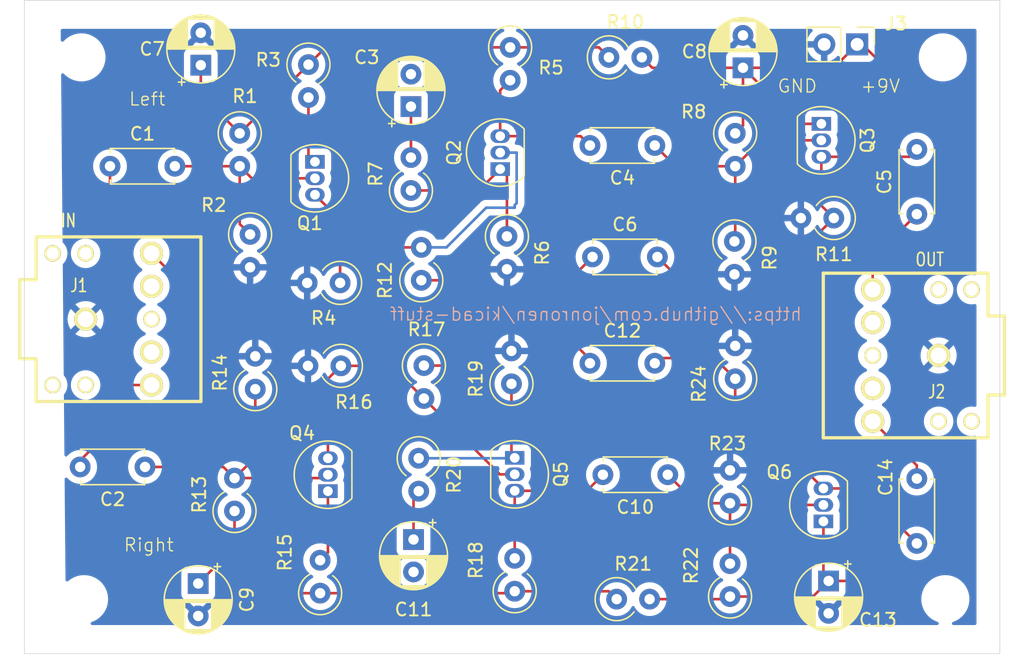
<source format=kicad_pcb>
(kicad_pcb (version 20240108) (generator "pcbnew") (generator_version "8.0")
  (layers (0 "F.Cu" signal) (31 "B.Cu" signal) (34 "B.Paste" user) (35 "F.Paste" user) (36 "B.SilkS" user "B.Silkscreen") (37 "F.SilkS" user "F.Silkscreen") (38 "B.Mask" user) (39 "F.Mask" user) (44 "Edge.Cuts" user))
  (net 0 "")
  (net 1 "Net-(J1-L)")
  (net 2 "Net-(Q1-G)")
  (net 3 "Net-(J1-R)")
  (net 4 "Net-(Q4-G)")
  (net 6 "Net-(C3-Pad1)")
  (net 7 "Net-(Q3-G)")
  (net 8 "Net-(Q2-C)")
  (net 9 "Net-(Q3-S)")
  (net 10 "Net-(J2-L)")
  (net 11 "Net-(C6-Pad1)")
  (net 12 "Net-(C7-Pad1)")
  (net 13 "GND")
  (net 14 "+9V")
  (net 15 "Net-(C9-Pad1)")
  (net 16 "Net-(Q5-C)")
  (net 17 "Net-(Q6-G)")
  (net 19 "Net-(C11-Pad1)")
  (net 20 "Net-(C12-Pad1)")
  (net 21 "Net-(Q6-S)")
  (net 22 "Net-(J2-R)")
  (net 27 "Net-(Q1-S)")
  (net 28 "Net-(Q1-D)")
  (net 29 "Net-(Q2-E)")
  (net 30 "Net-(Q4-S)")
  (net 31 "Net-(Q4-D)")
  (net 32 "Net-(Q5-E)")
  (footprint "Capacitor_THT:CP_Radial_D5.0mm_P2.50mm" (layer "F.Cu") (at 125 102.994888 -90)
    (property "Reference" "C9" (at 1.25 -3.75 90) (layer "F.SilkS"))
    (property "Value" "10uF")
    (pad "1" thru_hole rect (at 0 0 270) (size 1.6 1.6) (drill 0.8) (layers "*.Cu" "*.Mask") (net 15 "Net-(C9-Pad1)"))
    (pad "2" thru_hole circle (at 2.5 0 270) (size 1.6 1.6) (drill 0.8) (layers "*.Cu" "*.Mask") (net 13 "GND"))
  )
  (footprint "Capacitor_THT:CP_Radial_D5.0mm_P2.50mm" (layer "F.Cu") (at 125.2 63.005113 90)
    (property "Reference" "C7" (at 1.25 -3.75 180) (layer "F.SilkS"))
    (property "Value" "10uF")
    (pad "1" thru_hole rect (at 0 0 90) (size 1.6 1.6) (drill 0.8) (layers "*.Cu" "*.Mask") (net 12 "Net-(C7-Pad1)"))
    (pad "2" thru_hole circle (at 2.5 0 90) (size 1.6 1.6) (drill 0.8) (layers "*.Cu" "*.Mask") (net 13 "GND"))
  )
  (footprint "Resistor_THT:R_Axial_DIN0309_L9.0mm_D3.2mm_P2.54mm_Vertical" (layer "F.Cu") (at 127.8 97.4 90)
    (property "Reference" "R13" (at 1.27 -2.72 90) (layer "F.SilkS"))
    (property "Value" "150K")
    (pad "1" thru_hole circle (at 0 0 90) (size 1.6 1.6) (drill 0.8) (layers "*.Cu" "*.Mask") (net 15 "Net-(C9-Pad1)"))
    (pad "2" thru_hole oval (at 2.54 0 90) (size 1.6 1.6) (drill 0.8) (layers "*.Cu" "*.Mask") (net 4 "Net-(Q4-G)"))
  )
  (footprint "MountingHole:MountingHole_3.2mm_M3_DIN965" (layer "F.Cu") (at 116.2 104.2)
    (property "Reference" "H3" (hide yes))
    (property "Value" "MountingHole")
    (pad "" np_thru_hole circle (at 0 0) (size 3.2 3.2) (drill 3.2) (layers "*.Cu" "*.Mask"))
  )
  (footprint "Resistor_THT:R_Axial_DIN0309_L9.0mm_D3.2mm_P2.54mm_Vertical" (layer "F.Cu") (at 166 96.8 90)
    (property "Reference" "R23" (at 4.6 -0.2 180) (layer "F.SilkS"))
    (property "Value" "220K")
    (pad "1" thru_hole circle (at 0 0 90) (size 1.6 1.6) (drill 0.8) (layers "*.Cu" "*.Mask") (net 17 "Net-(Q6-G)"))
    (pad "2" thru_hole oval (at 2.54 0 90) (size 1.6 1.6) (drill 0.8) (layers "*.Cu" "*.Mask") (net 13 "GND"))
  )
  (footprint "Capacitor_THT:C_Disc_D4.7mm_W2.5mm_P5.00mm" (layer "F.Cu") (at 118.2 70.8)
    (property "Reference" "C1" (at 2.5 -2.5 0) (layer "F.SilkS"))
    (property "Value" "1uF")
    (pad "1" thru_hole circle (at 0 0) (size 1.6 1.6) (drill 0.8) (layers "*.Cu" "*.Mask") (net 1 "Net-(J1-L)"))
    (pad "2" thru_hole circle (at 5 0) (size 1.6 1.6) (drill 0.8) (layers "*.Cu" "*.Mask") (net 2 "Net-(Q1-G)"))
  )
  (footprint "Capacitor_THT:C_Disc_D4.7mm_W2.5mm_P5.00mm" (layer "F.Cu") (at 161.2 94.6 180)
    (property "Reference" "C10" (at 2.5 -2.5 0) (layer "F.SilkS"))
    (property "Value" "1uF")
    (pad "1" thru_hole circle (at 0 0 180) (size 1.6 1.6) (drill 0.8) (layers "*.Cu" "*.Mask") (net 17 "Net-(Q6-G)"))
    (pad "2" thru_hole circle (at 5 0 180) (size 1.6 1.6) (drill 0.8) (layers "*.Cu" "*.Mask") (net 16 "Net-(Q5-C)"))
  )
  (footprint "Resistor_THT:R_Axial_DIN0309_L9.0mm_D3.2mm_P2.54mm_Vertical" (layer "F.Cu") (at 166.4 87.2 90)
    (property "Reference" "R24" (at -0.4 -2.8 90) (layer "F.SilkS"))
    (property "Value" "22K")
    (pad "1" thru_hole circle (at 0 0 90) (size 1.6 1.6) (drill 0.8) (layers "*.Cu" "*.Mask") (net 21 "Net-(Q6-S)"))
    (pad "2" thru_hole oval (at 2.54 0 90) (size 1.6 1.6) (drill 0.8) (layers "*.Cu" "*.Mask") (net 13 "GND"))
  )
  (footprint "Package_TO_SOT_THT:TO-92_Inline" (layer "F.Cu") (at 135 95.87 90)
    (property "Reference" "Q4" (at 4.47 -2 180) (layer "F.SilkS"))
    (property "Value" "BS170")
    (pad "1" thru_hole rect (at 0 0 90) (size 1.05 1.5) (drill 0.75) (layers "*.Cu" "*.Mask") (net 31 "Net-(Q4-D)"))
    (pad "2" thru_hole oval (at 1.27 0 90) (size 1.05 1.5) (drill 0.75) (layers "*.Cu" "*.Mask") (net 4 "Net-(Q4-G)"))
    (pad "3" thru_hole oval (at 2.54 0 90) (size 1.05 1.5) (drill 0.75) (layers "*.Cu" "*.Mask") (net 30 "Net-(Q4-S)"))
  )
  (footprint "Capacitor_THT:CP_Radial_D5.0mm_P2.50mm" (layer "F.Cu") (at 167 63.205113 90)
    (property "Reference" "C8" (at 1.25 -3.75 180) (layer "F.SilkS"))
    (property "Value" "47uF")
    (pad "1" thru_hole rect (at 0 0 90) (size 1.6 1.6) (drill 0.8) (layers "*.Cu" "*.Mask") (net 14 "+9V"))
    (pad "2" thru_hole circle (at 2.5 0 90) (size 1.6 1.6) (drill 0.8) (layers "*.Cu" "*.Mask") (net 13 "GND"))
  )
  (footprint "Package_TO_SOT_THT:TO-92_Inline" (layer "F.Cu") (at 134 70.46 -90)
    (property "Reference" "Q1" (at 4.74 0.4 180) (layer "F.SilkS"))
    (property "Value" "BS170")
    (pad "1" thru_hole rect (at 0 0 270) (size 1.05 1.5) (drill 0.75) (layers "*.Cu" "*.Mask") (net 28 "Net-(Q1-D)"))
    (pad "2" thru_hole oval (at 1.27 0 270) (size 1.05 1.5) (drill 0.75) (layers "*.Cu" "*.Mask") (net 2 "Net-(Q1-G)"))
    (pad "3" thru_hole oval (at 2.54 0 270) (size 1.05 1.5) (drill 0.75) (layers "*.Cu" "*.Mask") (net 27 "Net-(Q1-S)"))
  )
  (footprint "Resistor_THT:R_Axial_DIN0309_L9.0mm_D3.2mm_P2.54mm_Vertical" (layer "F.Cu") (at 141.4 72.67 90)
    (property "Reference" "R7" (at 1.27 -2.72 90) (layer "F.SilkS"))
    (property "Value" "330R")
    (pad "1" thru_hole circle (at 0 0 90) (size 1.6 1.6) (drill 0.8) (layers "*.Cu" "*.Mask") (net 29 "Net-(Q2-E)"))
    (pad "2" thru_hole oval (at 2.54 0 90) (size 1.6 1.6) (drill 0.8) (layers "*.Cu" "*.Mask") (net 6 "Net-(C3-Pad1)"))
  )
  (footprint "Resistor_THT:R_Axial_DIN0309_L9.0mm_D3.2mm_P2.54mm_Vertical" (layer "F.Cu") (at 129.4 88 90)
    (property "Reference" "R14" (at 1.27 -2.72 90) (layer "F.SilkS"))
    (property "Value" "100K")
    (pad "1" thru_hole circle (at 0 0 90) (size 1.6 1.6) (drill 0.8) (layers "*.Cu" "*.Mask") (net 4 "Net-(Q4-G)"))
    (pad "2" thru_hole oval (at 2.54 0 90) (size 1.6 1.6) (drill 0.8) (layers "*.Cu" "*.Mask") (net 13 "GND"))
  )
  (footprint "Resistor_THT:R_Axial_DIN0309_L9.0mm_D3.2mm_P2.54mm_Vertical" (layer "F.Cu") (at 166.34 76.6 -90)
    (property "Reference" "R9" (at 1.27 -2.72 90) (layer "F.SilkS"))
    (property "Value" "220K")
    (pad "1" thru_hole circle (at 0 0 270) (size 1.6 1.6) (drill 0.8) (layers "*.Cu" "*.Mask") (net 7 "Net-(Q3-G)"))
    (pad "2" thru_hole oval (at 2.54 0 270) (size 1.6 1.6) (drill 0.8) (layers "*.Cu" "*.Mask") (net 13 "GND"))
  )
  (footprint "Capacitor_THT:CP_Radial_D5.0mm_P2.50mm" (layer "F.Cu") (at 173.6 102.794888 -90)
    (property "Reference" "C13" (at 3.005112 -3.8 180) (layer "F.SilkS"))
    (property "Value" "47uF")
    (pad "1" thru_hole rect (at 0 0 270) (size 1.6 1.6) (drill 0.8) (layers "*.Cu" "*.Mask") (net 14 "+9V"))
    (pad "2" thru_hole circle (at 2.5 0 270) (size 1.6 1.6) (drill 0.8) (layers "*.Cu" "*.Mask") (net 13 "GND"))
  )
  (footprint "Resistor_THT:R_Axial_DIN0309_L9.0mm_D3.2mm_P2.54mm_Vertical" (layer "F.Cu") (at 157.26 104.2)
    (property "Reference" "R21" (at 1.27 -2.72 0) (layer "F.SilkS"))
    (property "Value" "330R")
    (pad "1" thru_hole circle (at 0 0) (size 1.6 1.6) (drill 0.8) (layers "*.Cu" "*.Mask") (net 15 "Net-(C9-Pad1)"))
    (pad "2" thru_hole oval (at 2.54 0) (size 1.6 1.6) (drill 0.8) (layers "*.Cu" "*.Mask") (net 14 "+9V"))
  )
  (footprint "Resistor_THT:R_Axial_DIN0309_L9.0mm_D3.2mm_P2.54mm_Vertical" (layer "F.Cu") (at 166.4 68.26 -90)
    (property "Reference" "R8" (at -1.66 3.2 180) (layer "F.SilkS"))
    (property "Value" "100K")
    (pad "1" thru_hole circle (at 0 0 270) (size 1.6 1.6) (drill 0.8) (layers "*.Cu" "*.Mask") (net 14 "+9V"))
    (pad "2" thru_hole oval (at 2.54 0 270) (size 1.6 1.6) (drill 0.8) (layers "*.Cu" "*.Mask") (net 7 "Net-(Q3-G)"))
  )
  (footprint "Resistor_THT:R_Axial_DIN0309_L9.0mm_D3.2mm_P2.54mm_Vertical" (layer "F.Cu") (at 129 76.06 -90)
    (property "Reference" "R2" (at -2.26 2.8 180) (layer "F.SilkS"))
    (property "Value" "100K")
    (pad "1" thru_hole circle (at 0 0 270) (size 1.6 1.6) (drill 0.8) (layers "*.Cu" "*.Mask") (net 2 "Net-(Q1-G)"))
    (pad "2" thru_hole oval (at 2.54 0 270) (size 1.6 1.6) (drill 0.8) (layers "*.Cu" "*.Mask") (net 13 "GND"))
  )
  (footprint "Package_TO_SOT_THT:TO-92_Inline" (layer "F.Cu") (at 173.2 98.2 90)
    (property "Reference" "Q6" (at 3.8 -3.4 180) (layer "F.SilkS"))
    (property "Value" "BS170")
    (pad "1" thru_hole rect (at 0 0 90) (size 1.05 1.5) (drill 0.75) (layers "*.Cu" "*.Mask") (net 14 "+9V"))
    (pad "2" thru_hole oval (at 1.27 0 90) (size 1.05 1.5) (drill 0.75) (layers "*.Cu" "*.Mask") (net 17 "Net-(Q6-G)"))
    (pad "3" thru_hole oval (at 2.54 0 90) (size 1.05 1.5) (drill 0.75) (layers "*.Cu" "*.Mask") (net 21 "Net-(Q6-S)"))
  )
  (footprint "Capacitor_THT:C_Disc_D4.7mm_W2.5mm_P5.00mm" (layer "F.Cu") (at 120.9 94 180)
    (property "Reference" "C2" (at 2.5 -2.5 0) (layer "F.SilkS"))
    (property "Value" "1uF")
    (pad "1" thru_hole circle (at 0 0 180) (size 1.6 1.6) (drill 0.8) (layers "*.Cu" "*.Mask") (net 4 "Net-(Q4-G)"))
    (pad "2" thru_hole circle (at 5 0 180) (size 1.6 1.6) (drill 0.8) (layers "*.Cu" "*.Mask") (net 3 "Net-(J1-R)"))
  )
  (footprint "Resistor_THT:R_Axial_DIN0309_L9.0mm_D3.2mm_P2.54mm_Vertical" (layer "F.Cu") (at 149.15 87.59 90)
    (property "Reference" "R19" (at 0.39 -2.75 90) (layer "F.SilkS"))
    (property "Value" "3.9K")
    (pad "1" thru_hole circle (at 0 0 90) (size 1.6 1.6) (drill 0.8) (layers "*.Cu" "*.Mask") (net 32 "Net-(Q5-E)"))
    (pad "2" thru_hole oval (at 2.54 0 90) (size 1.6 1.6) (drill 0.8) (layers "*.Cu" "*.Mask") (net 13 "GND"))
  )
  (footprint "Resistor_THT:R_Axial_DIN0309_L9.0mm_D3.2mm_P2.54mm_Vertical" (layer "F.Cu") (at 148.8 76.21 -90)
    (property "Reference" "R6" (at 1.27 -2.72 90) (layer "F.SilkS"))
    (property "Value" "3.9K")
    (pad "1" thru_hole circle (at 0 0 270) (size 1.6 1.6) (drill 0.8) (layers "*.Cu" "*.Mask") (net 29 "Net-(Q2-E)"))
    (pad "2" thru_hole oval (at 2.54 0 270) (size 1.6 1.6) (drill 0.8) (layers "*.Cu" "*.Mask") (net 13 "GND"))
  )
  (footprint "Resistor_THT:R_Axial_DIN0309_L9.0mm_D3.2mm_P2.54mm_Vertical" (layer "F.Cu") (at 142.4 86.18 -90)
    (property "Reference" "R17" (at -2.78 -0.2 180) (layer "F.SilkS"))
    (property "Value" "100K")
    (pad "1" thru_hole circle (at 0 0 270) (size 1.6 1.6) (drill 0.8) (layers "*.Cu" "*.Mask") (net 20 "Net-(C12-Pad1)"))
    (pad "2" thru_hole oval (at 2.54 0 270) (size 1.6 1.6) (drill 0.8) (layers "*.Cu" "*.Mask") (net 30 "Net-(Q4-S)"))
  )
  (footprint "MountingHole:MountingHole_3.2mm_M3_DIN965" (layer "F.Cu") (at 182.4 62.4)
    (property "Reference" "H2" (hide yes))
    (property "Value" "MountingHole" (hide yes))
    (pad "" np_thru_hole circle (at 0 0) (size 3.2 3.2) (drill 3.2) (layers "*.Cu" "*.Mask"))
  )
  (footprint "Resistor_THT:R_Axial_DIN0309_L9.0mm_D3.2mm_P2.54mm_Vertical" (layer "F.Cu") (at 149.05 61.63 -90)
    (property "Reference" "R5" (at 1.57 -3.15 180) (layer "F.SilkS"))
    (property "Value" "10K")
    (pad "1" thru_hole circle (at 0 0 270) (size 1.6 1.6) (drill 0.8) (layers "*.Cu" "*.Mask") (net 12 "Net-(C7-Pad1)"))
    (pad "2" thru_hole oval (at 2.54 0 270) (size 1.6 1.6) (drill 0.8) (layers "*.Cu" "*.Mask") (net 8 "Net-(Q2-C)"))
  )
  (footprint "Capacitor_THT:C_Disc_D4.7mm_W2.5mm_P5.00mm" (layer "F.Cu") (at 155.4 77.8)
    (property "Reference" "C6" (at 2.5 -2.5 0) (layer "F.SilkS"))
    (property "Value" "470nF")
    (pad "1" thru_hole circle (at 0 0) (size 1.6 1.6) (drill 0.8) (layers "*.Cu" "*.Mask") (net 11 "Net-(C6-Pad1)"))
    (pad "2" thru_hole circle (at 5 0) (size 1.6 1.6) (drill 0.8) (layers "*.Cu" "*.Mask") (net 9 "Net-(Q3-S)"))
  )
  (footprint "Resistor_THT:R_Axial_DIN0309_L9.0mm_D3.2mm_P2.54mm_Vertical" (layer "F.Cu") (at 135.94 79.8 180)
    (property "Reference" "R4" (at 1.27 -2.72 0) (layer "F.SilkS"))
    (property "Value" "10K")
    (pad "1" thru_hole circle (at 0 0 180) (size 1.6 1.6) (drill 0.8) (layers "*.Cu" "*.Mask") (net 27 "Net-(Q1-S)"))
    (pad "2" thru_hole oval (at 2.54 0 180) (size 1.6 1.6) (drill 0.8) (layers "*.Cu" "*.Mask") (net 13 "GND"))
  )
  (footprint "Resistor_THT:R_Axial_DIN0309_L9.0mm_D3.2mm_P2.54mm_Vertical" (layer "F.Cu") (at 174 74.8 180)
    (property "Reference" "R11" (at 0 -2.8 0) (layer "F.SilkS"))
    (property "Value" "22K")
    (pad "1" thru_hole circle (at 0 0 180) (size 1.6 1.6) (drill 0.8) (layers "*.Cu" "*.Mask") (net 9 "Net-(Q3-S)"))
    (pad "2" thru_hole oval (at 2.54 0 180) (size 1.6 1.6) (drill 0.8) (layers "*.Cu" "*.Mask") (net 13 "GND"))
  )
  (footprint "Resistor_THT:R_Axial_DIN0309_L9.0mm_D3.2mm_P2.54mm_Vertical" (layer "F.Cu") (at 149.4 103.59 90)
    (property "Reference" "R18" (at 2.39 -3 90) (layer "F.SilkS"))
    (property "Value" "10K")
    (pad "1" thru_hole circle (at 0 0 90) (size 1.6 1.6) (drill 0.8) (layers "*.Cu" "*.Mask") (net 15 "Net-(C9-Pad1)"))
    (pad "2" thru_hole oval (at 2.54 0 90) (size 1.6 1.6) (drill 0.8) (layers "*.Cu" "*.Mask") (net 16 "Net-(Q5-C)"))
  )
  (footprint "Capacitor_THT:C_Disc_D4.7mm_W2.5mm_P5.00mm" (layer "F.Cu") (at 180.4 94.9 -90)
    (property "Reference" "C14" (at -0.1 2.4 90) (layer "F.SilkS"))
    (property "Value" "1uF")
    (pad "1" thru_hole circle (at 0 0 270) (size 1.6 1.6) (drill 0.8) (layers "*.Cu" "*.Mask") (net 22 "Net-(J2-R)"))
    (pad "2" thru_hole circle (at 5 0 270) (size 1.6 1.6) (drill 0.8) (layers "*.Cu" "*.Mask") (net 21 "Net-(Q6-S)"))
  )
  (footprint "Package_TO_SOT_THT:TO-92_Inline" (layer "F.Cu") (at 148.28 71.02 90)
    (property "Reference" "Q2" (at 1.27 -3.56 90) (layer "F.SilkS"))
    (property "Value" "2N5088")
    (pad "1" thru_hole rect (at 0 0 90) (size 1.05 1.5) (drill 0.75) (layers "*.Cu" "*.Mask") (net 29 "Net-(Q2-E)"))
    (pad "2" thru_hole oval (at 1.27 0 90) (size 1.05 1.5) (drill 0.75) (layers "*.Cu" "*.Mask") (net 27 "Net-(Q1-S)"))
    (pad "3" thru_hole oval (at 2.54 0 90) (size 1.05 1.5) (drill 0.75) (layers "*.Cu" "*.Mask") (net 8 "Net-(Q2-C)"))
  )
  (footprint "My_Shit:AUDIO_STEREO_CONN" (layer "F.Cu") (at 188.43 91.75 180)
    (property "Reference" "J2" (at 6.5024 3.55 180) (layer "F.SilkS") (effects (font (size 1.016 0.762) (thickness 0.127))))
    (property "Value" "OUT" (at 7.03 13.75 180) (layer "F.SilkS") (effects (font (size 1.016 0.762) (thickness 0.127))))
    (pad "1" thru_hole circle (at 6.35 6.35 180) (size 1.778 1.778) (drill 1.2192) (layers "*.Cu" "*.Mask" "F.SilkS") (net 13 "GND"))
    (pad "2" thru_hole circle (at 11.43 11.43 180) (size 1.778 1.778) (drill 1.2192) (layers "*.Cu" "*.Mask" "F.SilkS") (net 10 "Net-(J2-L)"))
    (pad "3" thru_hole circle (at 11.43 1.27 180) (size 1.778 1.778) (drill 1.2192) (layers "*.Cu" "*.Mask" "F.SilkS") (net 22 "Net-(J2-R)"))
    (pad "4" thru_hole circle (at 11.43 8.89 180) (size 1.778 1.778) (drill 1.2192) (layers "*.Cu" "*.Mask" "F.SilkS"))
    (pad "5" thru_hole circle (at 11.43 3.81 180) (size 1.778 1.778) (drill 1.2192) (layers "*.Cu" "*.Mask" "F.SilkS"))
    (pad "a1" thru_hole circle (at 6.35 1.27 180) (size 1.27 1.27) (drill 0.9652) (layers "*.Cu" "*.Mask" "F.SilkS"))
    (pad "a2" thru_hole circle (at 6.35 11.43 180) (size 1.27 1.27) (drill 0.9652) (layers "*.Cu" "*.Mask" "F.SilkS"))
    (pad "a3" thru_hole circle (at 3.81 1.27 180) (size 1.27 1.27) (drill 0.9652) (layers "*.Cu" "*.Mask" "F.SilkS"))
    (pad "a4" thru_hole circle (at 3.81 11.43 180) (size 1.27 1.27) (drill 0.9652) (layers "*.Cu" "*.Mask" "F.SilkS"))
    (pad "a5" thru_hole circle (at 11.43 6.35 180) (size 1.27 1.27) (drill 0.9652) (layers "*.Cu" "*.Mask" "F.SilkS"))
  )
  (footprint "Resistor_THT:R_Axial_DIN0309_L9.0mm_D3.2mm_P2.54mm_Vertical" (layer "F.Cu") (at 128.2 68.26 -90)
    (property "Reference" "R1" (at -2.86 -0.4 180) (layer "F.SilkS"))
    (property "Value" "150K")
    (pad "1" thru_hole circle (at 0 0 270) (size 1.6 1.6) (drill 0.8) (layers "*.Cu" "*.Mask") (net 12 "Net-(C7-Pad1)"))
    (pad "2" thru_hole oval (at 2.54 0 270) (size 1.6 1.6) (drill 0.8) (layers "*.Cu" "*.Mask") (net 2 "Net-(Q1-G)"))
  )
  (footprint "MountingHole:MountingHole_3.2mm_M3_DIN965" (layer "F.Cu") (at 182.6 104.2)
    (property "Reference" "H4" (hide yes))
    (property "Value" "MountingHole")
    (pad "" np_thru_hole circle (at 0 0) (size 3.2 3.2) (drill 3.2) (layers "*.Cu" "*.Mask"))
  )
  (footprint "Resistor_THT:R_Axial_DIN0309_L9.0mm_D3.2mm_P2.54mm_Vertical" (layer "F.Cu") (at 134.4 103.74 90)
    (property "Reference" "R15" (at 3.14 -2.72 90) (layer "F.SilkS"))
    (property "Value" "10K")
    (pad "1" thru_hole circle (at 0 0 90) (size 1.6 1.6) (drill 0.8) (layers "*.Cu" "*.Mask") (net 15 "Net-(C9-Pad1)"))
    (pad "2" thru_hole oval (at 2.54 0 90) (size 1.6 1.6) (drill 0.8) (layers "*.Cu" "*.Mask") (net 31 "Net-(Q4-D)"))
  )
  (footprint "My_Shit:AUDIO_STEREO_CONN" (layer "F.Cu") (at 109.97 76.25)
    (property "Reference" "J1" (at 5.83 3.75 180) (layer "F.SilkS") (effects (font (size 1.016 0.762) (thickness 0.127))))
    (property "Value" "IN" (at 5.03 -1.25 180) (layer "F.SilkS") (effects (font (size 1.016 0.762) (thickness 0.127))))
    (pad "1" thru_hole circle (at 6.35 6.35) (size 1.778 1.778) (drill 1.2192) (layers "*.Cu" "*.Mask" "F.SilkS") (net 13 "GND"))
    (pad "2" thru_hole circle (at 11.43 11.43) (size 1.778 1.778) (drill 1.2192) (layers "*.Cu" "*.Mask" "F.SilkS") (net 1 "Net-(J1-L)"))
    (pad "3" thru_hole circle (at 11.43 1.27) (size 1.778 1.778) (drill 1.2192) (layers "*.Cu" "*.Mask" "F.SilkS") (net 3 "Net-(J1-R)"))
    (pad "4" thru_hole circle (at 11.43 8.89) (size 1.778 1.778) (drill 1.2192) (layers "*.Cu" "*.Mask" "F.SilkS"))
    (pad "5" thru_hole circle (at 11.43 3.81) (size 1.778 1.778) (drill 1.2192) (layers "*.Cu" "*.Mask" "F.SilkS"))
    (pad "a1" thru_hole circle (at 6.35 1.27) (size 1.27 1.27) (drill 0.9652) (layers "*.Cu" "*.Mask" "F.SilkS"))
    (pad "a2" thru_hole circle (at 6.35 11.43) (size 1.27 1.27) (drill 0.9652) (layers "*.Cu" "*.Mask" "F.SilkS"))
    (pad "a3" thru_hole circle (at 3.81 1.27) (size 1.27 1.27) (drill 0.9652) (layers "*.Cu" "*.Mask" "F.SilkS"))
    (pad "a4" thru_hole circle (at 3.81 11.43) (size 1.27 1.27) (drill 0.9652) (layers "*.Cu" "*.Mask" "F.SilkS"))
    (pad "a5" thru_hole circle (at 11.43 6.35) (size 1.27 1.27) (drill 0.9652) (layers "*.Cu" "*.Mask" "F.SilkS"))
  )
  (footprint "Resistor_THT:R_Axial_DIN0309_L9.0mm_D3.2mm_P2.54mm_Vertical" (layer "F.Cu") (at 133.5 62.96 -90)
    (property "Reference" "R3" (at -0.36 3.1 180) (layer "F.SilkS"))
    (property "Value" "10K")
    (pad "1" thru_hole circle (at 0 0 270) (size 1.6 1.6) (drill 0.8) (layers "*.Cu" "*.Mask") (net 12 "Net-(C7-Pad1)"))
    (pad "2" thru_hole oval (at 2.54 0 270) (size 1.6 1.6) (drill 0.8) (layers "*.Cu" "*.Mask") (net 28 "Net-(Q1-D)"))
  )
  (footprint "Resistor_THT:R_Axial_DIN0309_L9.0mm_D3.2mm_P2.54mm_Vertical" (layer "F.Cu") (at 156.66 62.4)
    (property "Reference" "R10" (at 1.27 -2.72 0) (layer "F.SilkS"))
    (property "Value" "330R")
    (pad "1" thru_hole circle (at 0 0) (size 1.6 1.6) (drill 0.8) (layers "*.Cu" "*.Mask") (net 12 "Net-(C7-Pad1)"))
    (pad "2" thru_hole oval (at 2.54 0) (size 1.6 1.6) (drill 0.8) (layers "*.Cu" "*.Mask") (net 14 "+9V"))
  )
  (footprint "Capacitor_THT:C_Disc_D4.7mm_W2.5mm_P5.00mm" (layer "F.Cu") (at 155.2 86)
    (property "Reference" "C12" (at 2.5 -2.5 0) (layer "F.SilkS"))
    (property "Value" "470nF")
    (pad "1" thru_hole circle (at 0 0) (size 1.6 1.6) (drill 0.8) (layers "*.Cu" "*.Mask") (net 20 "Net-(C12-Pad1)"))
    (pad "2" thru_hole circle (at 5 0) (size 1.6 1.6) (drill 0.8) (layers "*.Cu" "*.Mask") (net 21 "Net-(Q6-S)"))
  )
  (footprint "Connector_PinHeader_2.54mm:PinHeader_1x02_P2.54mm_Vertical" (layer "F.Cu") (at 175.8 61.4 -90)
    (property "Reference" "J3" (at -1.6 -3 0) (layer "F.SilkS"))
    (property "Value" "Conn_01x02" (hide yes))
    (pad "1" thru_hole rect (at 0 0 270) (size 1.7 1.7) (drill 1) (layers "*.Cu" "*.Mask") (net 14 "+9V"))
    (pad "2" thru_hole oval (at 0 2.54 270) (size 1.7 1.7) (drill 1) (layers "*.Cu" "*.Mask") (net 13 "GND"))
  )
  (footprint "Resistor_THT:R_Axial_DIN0309_L9.0mm_D3.2mm_P2.54mm_Vertical" (layer "F.Cu") (at 142 93.33 -90)
    (property "Reference" "R20" (at 1.27 -2.72 90) (layer "F.SilkS"))
    (property "Value" "330R")
    (pad "1" thru_hole circle (at 0 0 270) (size 1.6 1.6) (drill 0.8) (layers "*.Cu" "*.Mask") (net 32 "Net-(Q5-E)"))
    (pad "2" thru_hole oval (at 2.54 0 270) (size 1.6 1.6) (drill 0.8) (layers "*.Cu" "*.Mask") (net 19 "Net-(C11-Pad1)"))
  )
  (footprint "MountingHole:MountingHole_3.2mm_M3_DIN965" (layer "F.Cu") (at 116 62.4)
    (property "Reference" "H1" (hide yes))
    (property "Value" "MountingHole")
    (pad "" np_thru_hole circle (at 0 0) (size 3.2 3.2) (drill 3.2) (layers "*.Cu" "*.Mask"))
  )
  (footprint "Package_TO_SOT_THT:TO-92_Inline" (layer "F.Cu") (at 173.04 67.53 -90)
    (property "Reference" "Q3" (at 1.27 -3.56 90) (layer "F.SilkS"))
    (property "Value" "BS170")
    (pad "1" thru_hole rect (at 0 0 270) (size 1.05 1.5) (drill 0.75) (layers "*.Cu" "*.Mask") (net 14 "+9V"))
    (pad "2" thru_hole oval (at 1.27 0 270) (size 1.05 1.5) (drill 0.75) (layers "*.Cu" "*.Mask") (net 7 "Net-(Q3-G)"))
    (pad "3" thru_hole oval (at 2.54 0 270) (size 1.05 1.5) (drill 0.75) (layers "*.Cu" "*.Mask") (net 9 "Net-(Q3-S)"))
  )
  (footprint "Capacitor_THT:C_Disc_D4.7mm_W2.5mm_P5.00mm" (layer "F.Cu") (at 160.2 69.2 180)
    (property "Reference" "C4" (at 2.5 -2.5 0) (layer "F.SilkS"))
    (property "Value" "1uF")
    (pad "1" thru_hole circle (at 0 0 180) (size 1.6 1.6) (drill 0.8) (layers "*.Cu" "*.Mask") (net 7 "Net-(Q3-G)"))
    (pad "2" thru_hole circle (at 5 0 180) (size 1.6 1.6) (drill 0.8) (layers "*.Cu" "*.Mask") (net 8 "Net-(Q2-C)"))
  )
  (footprint "Resistor_THT:R_Axial_DIN0309_L9.0mm_D3.2mm_P2.54mm_Vertical" (layer "F.Cu") (at 136 86.2 180)
    (property "Reference" "R16" (at -1 -2.8 0) (layer "F.SilkS"))
    (property "Value" "10K")
    (pad "1" thru_hole circle (at 0 0 180) (size 1.6 1.6) (drill 0.8) (layers "*.Cu" "*.Mask") (net 30 "Net-(Q4-S)"))
    (pad "2" thru_hole oval (at 2.54 0 180) (size 1.6 1.6) (drill 0.8) (layers "*.Cu" "*.Mask") (net 13 "GND"))
  )
  (footprint "Capacitor_THT:C_Disc_D4.7mm_W2.5mm_P5.00mm" (layer "F.Cu") (at 180.4 74.5 90)
    (property "Reference" "C5" (at 2.5 -2.5 90) (layer "F.SilkS"))
    (property "Value" "1uF")
    (pad "1" thru_hole circle (at 0 0 90) (size 1.6 1.6) (drill 0.8) (layers "*.Cu" "*.Mask") (net 10 "Net-(J2-L)"))
    (pad "2" thru_hole circle (at 5 0 90) (size 1.6 1.6) (drill 0.8) (layers "*.Cu" "*.Mask") (net 9 "Net-(Q3-S)"))
  )
  (footprint "Resistor_THT:R_Axial_DIN0309_L9.0mm_D3.2mm_P2.54mm_Vertical" (layer "F.Cu") (at 166 104 90)
    (property "Reference" "R22" (at 2.4 -3 90) (layer "F.SilkS"))
    (property "Value" "100K")
    (pad "1" thru_hole circle (at 0 0 90) (size 1.6 1.6) (drill 0.8) (layers "*.Cu" "*.Mask") (net 14 "+9V"))
    (pad "2" thru_hole oval (at 2.54 0 90) (size 1.6 1.6) (drill 0.8) (layers "*.Cu" "*.Mask") (net 17 "Net-(Q6-G)"))
  )
  (footprint "Package_TO_SOT_THT:TO-92_Inline" (layer "F.Cu") (at 149.4 93.3 -90)
    (property "Reference" "Q5" (at 1.27 -3.56 -90) (layer "F.SilkS"))
    (property "Value" "2N5088")
    (pad "1" thru_hole rect (at 0 0 270) (size 1.05 1.5) (drill 0.75) (layers "*.Cu" "*.Mask") (net 32 "Net-(Q5-E)"))
    (pad "2" thru_hole oval (at 1.27 0 270) (size 1.05 1.5) (drill 0.75) (layers "*.Cu" "*.Mask") (net 30 "Net-(Q4-S)"))
    (pad "3" thru_hole oval (at 2.54 0 270) (size 1.05 1.5) (drill 0.75) (layers "*.Cu" "*.Mask") (net 16 "Net-(Q5-C)"))
  )
  (footprint "Capacitor_THT:CP_Radial_D5.0mm_P2.50mm" (layer "F.Cu") (at 141.6 99.6 -90)
    (property "Reference" "C11" (at 5.4 0 180) (layer "F.SilkS"))
    (property "Value" "47uF")
    (pad "1" thru_hole rect (at 0 0 270) (size 1.6 1.6) (drill 0.8) (layers "*.Cu" "*.Mask") (net 19 "Net-(C11-Pad1)"))
    (pad "2" thru_hole circle (at 2.5 0 270) (size 1.6 1.6) (drill 0.8) (layers "*.Cu" "*.Mask"))
  )
  (footprint "Resistor_THT:R_Axial_DIN0309_L9.0mm_D3.2mm_P2.54mm_Vertical" (layer "F.Cu") (at 142.2 79.6 90)
    (property "Reference" "R12" (at 0 -2.8 90) (layer "F.SilkS"))
    (property "Value" "100K")
    (pad "1" thru_hole circle (at 0 0 90) (size 1.6 1.6) (drill 0.8) (layers "*.Cu" "*.Mask") (net 11 "Net-(C6-Pad1)"))
    (pad "2" thru_hole oval (at 2.54 0 90) (size 1.6 1.6) (drill 0.8) (layers "*.Cu" "*.Mask") (net 27 "Net-(Q1-S)"))
  )
  (footprint "Capacitor_THT:CP_Radial_D5.0mm_P2.50mm" (layer "F.Cu") (at 141.4 66.2 90)
    (property "Reference" "C3" (at 3.8 -3.4 180) (layer "F.SilkS"))
    (property "Value" "47uF")
    (pad "1" thru_hole rect (at 0 0 90) (size 1.6 1.6) (drill 0.8) (layers "*.Cu" "*.Mask") (net 6 "Net-(C3-Pad1)"))
    (pad "2" thru_hole circle (at 2.5 0 90) (size 1.6 1.6) (drill 0.8) (layers "*.Cu" "*.Mask"))
  )
  (gr_rect (start 111.6 58) (end 186.8 108.4) (stroke (width 0.05)) (fill none) (layer "Edge.Cuts"))
  (gr_text "https://github.com/jonronen/kicad-stuff" (at 171.6 82.8 0) (layer "B.SilkS") (effects (font (size 1 1) (thickness 0.1)) (justify left bottom mirror)))
  (gr_text "GND" (at 169.6 65.2 0) (layer "F.SilkS") (effects (font (size 1 1) (thickness 0.1)) (justify left bottom)))
  (gr_text "+9V" (at 176 65.2 0) (layer "F.SilkS") (effects (font (size 1 1) (thickness 0.1)) (justify left bottom)))
  (gr_text "Left" (at 119.6 66.2 0) (layer "F.SilkS") (effects (font (size 1 1) (thickness 0.1)) (justify left bottom)))
  (gr_text "Right" (at 119.2 100.6 0) (layer "F.SilkS") (effects (font (size 1 1) (thickness 0.1)) (justify left bottom)))
  (segment (start 118.2 86) (end 118.2 70.8) (width 0.2) (layer "F.Cu") (net 1))
  (segment (start 119.88 87.68) (end 118.2 86) (width 0.2) (layer "F.Cu") (net 1))
  (segment (start 121.4 87.68) (end 119.88 87.68) (width 0.2) (layer "F.Cu") (net 1))
  (segment (start 127.8 70.4) (end 128.2 70.8) (width 0.2) (layer "F.Cu") (net 2))
  (segment (start 129.13 71.73) (end 128.2 70.8) (width 0.2) (layer "F.Cu") (net 2))
  (segment (start 134 71.73) (end 129.13 71.73) (width 0.2) (layer "F.Cu") (net 2))
  (segment (start 123.2 70.8) (end 128.2 70.8) (width 0.2) (layer "F.Cu") (net 2))
  (segment (start 128.2 70.8) (end 128.2 75.26) (width 0.2) (layer "F.Cu") (net 2))
  (segment (start 128.2 75.26) (end 129 76.06) (width 0.2) (layer "F.Cu") (net 2))
  (segment (start 121 91.2) (end 118.2 91.2) (width 0.2) (layer "F.Cu") (net 3))
  (segment (start 121.4 77.52) (end 124.2 80.32) (width 0.2) (layer "F.Cu") (net 3))
  (segment (start 124.2 88) (end 121 91.2) (width 0.2) (layer "F.Cu") (net 3))
  (segment (start 115.9 93.5) (end 115.9 94) (width 0.2) (layer "F.Cu") (net 3))
  (segment (start 124.2 80.32) (end 124.2 88) (width 0.2) (layer "F.Cu") (net 3))
  (segment (start 118.2 91.2) (end 115.9 93.5) (width 0.2) (layer "F.Cu") (net 3))
  (segment (start 134.74 94.86) (end 135 94.6) (width 0.2) (layer "F.Cu") (net 4))
  (segment (start 127.8 94.86) (end 134.74 94.86) (width 0.2) (layer "F.Cu") (net 4))
  (segment (start 129.4 93.26) (end 127.8 94.86) (width 0.2) (layer "F.Cu") (net 4))
  (segment (start 126.94 94) (end 127.8 94.86) (width 0.2) (layer "F.Cu") (net 4))
  (segment (start 129.4 88) (end 129.4 93.26) (width 0.2) (layer "F.Cu") (net 4))
  (segment (start 120.9 94) (end 126.94 94) (width 0.2) (layer "F.Cu") (net 4))
  (segment (start 141.4 66.2) (end 141.4 70.13) (width 0.2) (layer "F.Cu") (net 6))
  (segment (start 168.4 68.8) (end 166.4 70.8) (width 0.2) (layer "F.Cu") (net 7))
  (segment (start 161.8 70.8) (end 166.4 70.8) (width 0.2) (layer "F.Cu") (net 7))
  (segment (start 166.4 76.54) (end 166.34 76.6) (width 0.2) (layer "F.Cu") (net 7))
  (segment (start 173.04 68.8) (end 168.4 68.8) (width 0.2) (layer "F.Cu") (net 7))
  (segment (start 166.4 70.8) (end 166.4 76.54) (width 0.2) (layer "F.Cu") (net 7))
  (segment (start 160.2 69.2) (end 161.8 70.8) (width 0.2) (layer "F.Cu") (net 7))
  (segment (start 148.28 68.48) (end 154.48 68.48) (width 0.2) (layer "F.Cu") (net 8))
  (segment (start 148.28 68.48) (end 148.28 64.94) (width 0.2) (layer "F.Cu") (net 8))
  (segment (start 154.48 68.48) (end 155.2 69.2) (width 0.2) (layer "F.Cu") (net 8))
  (segment (start 148.28 64.94) (end 149.05 64.17) (width 0.2) (layer "F.Cu") (net 8))
  (segment (start 167.2 81.6) (end 174 74.8) (width 0.2) (layer "F.Cu") (net 9))
  (segment (start 173.04 73.84) (end 174 74.8) (width 0.2) (layer "F.Cu") (net 9))
  (segment (start 179.83 70.07) (end 173.04 70.07) (width 0.2) (layer "F.Cu") (net 9))
  (segment (start 173.04 70.07) (end 173.04 73.84) (width 0.2) (layer "F.Cu") (net 9))
  (segment (start 180.4 69.5) (end 179.83 70.07) (width 0.2) (layer "F.Cu") (net 9))
  (segment (start 160.4 77.8) (end 164.2 81.6) (width 0.2) (layer "F.Cu") (net 9))
  (segment (start 164.2 81.6) (end 167.2 81.6) (width 0.2) (layer "F.Cu") (net 9))
  (segment (start 177 77.9) (end 180.4 74.5) (width 0.2) (layer "F.Cu") (net 10))
  (segment (start 177 80.32) (end 177 77.9) (width 0.2) (layer "F.Cu") (net 10))
  (segment (start 142.2 79.6) (end 144.6 79.6) (width 0.2) (layer "F.Cu") (net 11))
  (segment (start 146.2 81.2) (end 152 81.2) (width 0.2) (layer "F.Cu") (net 11))
  (segment (start 144.6 79.6) (end 146.2 81.2) (width 0.2) (layer "F.Cu") (net 11))
  (segment (start 152 81.2) (end 155.4 77.8) (width 0.2) (layer "F.Cu") (net 11))
  (segment (start 125.2 63.005113) (end 125.2 65.26) (width 0.2) (layer "F.Cu") (net 12))
  (segment (start 149.05 61.63) (end 134.83 61.63) (width 0.2) (layer "F.Cu") (net 12))
  (segment (start 149.05 61.63) (end 155.89 61.63) (width 0.2) (layer "F.Cu") (net 12))
  (segment (start 134.83 61.63) (end 133.5 62.96) (width 0.2) (layer "F.Cu") (net 12))
  (segment (start 155.89 61.63) (end 156.66 62.4) (width 0.2) (layer "F.Cu") (net 12))
  (segment (start 125.2 65.26) (end 128.2 68.26) (width 0.2) (layer "F.Cu") (net 12))
  (segment (start 133.5 62.96) (end 128.2 68.26) (width 0.2) (layer "F.Cu") (net 12))
  (segment (start 182.8 76.2) (end 180.4 76.2) (width 0.2) (layer "F.Cu") (net 14))
  (segment (start 179.8 102.8) (end 179.794888 102.794888) (width 0.2) (layer "F.Cu") (net 14))
  (segment (start 173.04 67.53) (end 171.324887 67.53) (width 0.2) (layer "F.Cu") (net 14))
  (segment (start 173.2 102.394888) (end 173.6 102.794888) (width 0.2) (layer "F.Cu") (net 14))
  (segment (start 165.8 104.2) (end 166 104) (width 0.2) (layer "F.Cu") (net 14))
  (segment (start 182.8 68) (end 182.8 76.2) (width 0.2) (layer "F.Cu") (net 14))
  (segment (start 183.4 94.8) (end 183.4 99.6) (width 0.2) (layer "F.Cu") (net 14))
  (segment (start 179.794888 102.794888) (end 173.6 102.794888) (width 0.2) (layer "F.Cu") (net 14))
  (segment (start 175.8 61.4) (end 176.2 61.4) (width 0.2) (layer "F.Cu") (net 14))
  (segment (start 160.005113 63.205113) (end 159.2 62.4) (width 0.2) (layer "F.Cu") (net 14))
  (segment (start 173.994887 63.205113) (end 167 63.205113) (width 0.2) (layer "F.Cu") (net 14))
  (segment (start 159.8 104.2) (end 165.8 104.2) (width 0.2) (layer "F.Cu") (net 14))
  (segment (start 183.4 99.6) (end 180.2 102.8) (width 0.2) (layer "F.Cu") (net 14))
  (segment (start 179.8 76.8) (end 179.8 91.2) (width 0.2) (layer "F.Cu") (net 14))
  (segment (start 167 63.205113) (end 167 67.66) (width 0.2) (layer "F.Cu") (net 14))
  (segment (start 180.2 102.8) (end 179.8 102.8) (width 0.2) (layer "F.Cu") (net 14))
  (segment (start 175.8 61.4) (end 173.994887 63.205113) (width 0.2) (layer "F.Cu") (net 14))
  (segment (start 176.2 61.4) (end 182.8 68) (width 0.2) (layer "F.Cu") (net 14))
  (segment (start 173.2 98.2) (end 173.2 102.394888) (width 0.2) (layer "F.Cu") (net 14))
  (segment (start 167 67.66) (end 166.4 68.26) (width 0.2) (layer "F.Cu") (net 14))
  (segment (start 180.4 76.2) (end 179.8 76.8) (width 0.2) (layer "F.Cu") (net 14))
  (segment (start 167 63.205113) (end 160.005113 63.205113) (width 0.2) (layer "F.Cu") (net 14))
  (segment (start 179.8 91.2) (end 183.4 94.8) (width 0.2) (layer "F.Cu") (net 14))
  (segment (start 171.324887 67.53) (end 167 63.205113) (width 0.2) (layer "F.Cu") (net 14))
  (segment (start 172.394888 104) (end 173.6 102.794888) (width 0.2) (layer "F.Cu") (net 14))
  (segment (start 166 104) (end 172.394888 104) (width 0.2) (layer "F.Cu") (net 14))
  (segment (start 131.345112 103.74) (end 127.8 100.194888) (width 0.2) (layer "F.Cu") (net 15))
  (segment (start 134.4 103.74) (end 149.25 103.74) (width 0.2) (layer "F.Cu") (net 15))
  (segment (start 127.8 97.4) (end 127.8 100.194888) (width 0.2) (layer "F.Cu") (net 15))
  (segment (start 156.65 103.59) (end 157.26 104.2) (width 0.2) (layer "F.Cu") (net 15))
  (segment (start 134.4 103.74) (end 131.345112 103.74) (width 0.2) (layer "F.Cu") (net 15))
  (segment (start 127.8 100.194888) (end 125 102.994888) (width 0.2) (layer "F.Cu") (net 15))
  (segment (start 149.4 103.59) (end 156.65 103.59) (width 0.2) (layer "F.Cu") (net 15))
  (segment (start 149.25 103.74) (end 149.4 103.59) (width 0.2) (layer "F.Cu") (net 15))
  (segment (start 149.4 95.84) (end 154.96 95.84) (width 0.2) (layer "F.Cu") (net 16))
  (segment (start 154.96 95.84) (end 156.2 94.6) (width 0.2) (layer "F.Cu") (net 16))
  (segment (start 149.4 95.84) (end 149.4 101.05) (width 0.2) (layer "F.Cu") (net 16))
  (segment (start 173.2 96.93) (end 166.13 96.93) (width 0.2) (layer "F.Cu") (net 17))
  (segment (start 166 96.8) (end 166 101.46) (width 0.2) (layer "F.Cu") (net 17))
  (segment (start 166.13 96.93) (end 166 96.8) (width 0.2) (layer "F.Cu") (net 17))
  (segment (start 163.4 96.8) (end 161.2 94.6) (width 0.2) (layer "F.Cu") (net 17))
  (segment (start 166 96.8) (end 163.4 96.8) (width 0.2) (layer "F.Cu") (net 17))
  (segment (start 141.6 96.27) (end 142 95.87) (width 0.2) (layer "F.Cu") (net 19))
  (segment (start 141.6 99.6) (end 141.6 96.27) (width 0.2) (layer "F.Cu") (net 19))
  (segment (start 152.9 83.4) (end 155.1 85.6) (width 0.2) (layer "F.Cu") (net 20))
  (segment (start 142.4 86.18) (end 144.82 86.18) (width 0.2) (layer "F.Cu") (net 20))
  (segment (start 144.82 86.18) (end 147.6 83.4) (width 0.2) (layer "F.Cu") (net 20))
  (segment (start 147.6 83.4) (end 152.9 83.4) (width 0.2) (layer "F.Cu") (net 20))
  (segment (start 164.8 85.6) (end 166.4 87.2) (width 0.2) (layer "F.Cu") (net 21))
  (segment (start 166.4 88.86) (end 173.2 95.66) (width 0.2) (layer "F.Cu") (net 21))
  (segment (start 176.16 95.66) (end 180.4 99.9) (width 0.2) (layer "F.Cu") (net 21))
  (segment (start 160.1 85.6) (end 164.8 85.6) (width 0.2) (layer "F.Cu") (net 21))
  (segment (start 173.2 95.66) (end 176.16 95.66) (width 0.2) (layer "F.Cu") (net 21))
  (segment (start 166.4 87.2) (end 166.4 88.86) (width 0.2) (layer "F.Cu") (net 21))
  (segment (start 180.4 93.88) (end 180.4 94.9) (width 0.2) (layer "F.Cu") (net 22))
  (segment (start 177 90.48) (end 180.4 93.88) (width 0.2) (layer "F.Cu") (net 22))
  (segment (start 142.2 77.06) (end 138.06 77.06) (width 0.2) (layer "F.Cu") (net 27))
  (segment (start 138.06 77.06) (end 135.94 74.94) (width 0.2) (layer "F.Cu") (net 27))
  (segment (start 135.94 74.94) (end 134 73) (width 0.2) (layer "F.Cu") (net 27))
  (segment (start 135.94 79.8) (end 135.94 74.94) (width 0.2) (layer "F.Cu") (net 27))
  (segment (start 149.4 73.8) (end 149.55 73.65) (width 0.2) (layer "B.Cu") (net 27))
  (segment (start 142.2 77.06) (end 144.14 77.06) (width 0.2) (layer "B.Cu") (net 27))
  (segment (start 147.2 74) (end 149.4 74) (width 0.2) (layer "B.Cu") (net 27))
  (segment (start 144.14 77.06) (end 147.2 74) (width 0.2) (layer "B.Cu") (net 27))
  (segment (start 149.55 73.65) (end 149.55 69.75) (width 0.2) (layer "B.Cu") (net 27))
  (segment (start 148.28 69.75) (end 149.55 69.75) (width 0.2) (layer "B.Cu") (net 27))
  (segment (start 149.4 74) (end 149.4 73.8) (width 0.2) (layer "B.Cu") (net 27))
  (segment (start 133.5 65.5) (end 133.5 69.96) (width 0.2) (layer "F.Cu") (net 28))
  (segment (start 133.5 69.96) (end 134 70.46) (width 0.2) (layer "F.Cu") (net 28))
  (segment (start 148.8 71.54) (end 148.28 71.02) (width 0.2) (layer "F.Cu") (net 29))
  (segment (start 141.4 72.67) (end 146.63 72.67) (width 0.2) (layer "F.Cu") (net 29))
  (segment (start 146.63 72.67) (end 148.28 71.02) (width 0.2) (layer "F.Cu") (net 29))
  (segment (start 148.8 76.21) (end 148.8 71.54) (width 0.2) (layer "F.Cu") (net 29))
  (segment (start 142.4 88.72) (end 148.25 94.57) (width 0.2) (layer "F.Cu") (net 30))
  (segment (start 142.4 88.84) (end 142.4 88.72) (width 0.2) (layer "F.Cu") (net 30))
  (segment (start 135 93.33) (end 135 87.2) (width 0.2) (layer "F.Cu") (net 30))
  (segment (start 136 86.2) (end 139.88 86.2) (width 0.2) (layer "F.Cu") (net 30))
  (segment (start 148.25 94.57) (end 149.4 94.57) (width 0.2) (layer "F.Cu") (net 30))
  (segment (start 135 87.2) (end 136 86.2) (width 0.2) (layer "F.Cu") (net 30))
  (segment (start 139.88 86.2) (end 142.4 88.72) (width 0.2) (layer "F.Cu") (net 30))
  (segment (start 135 100.6) (end 134.4 101.2) (width 0.2) (layer "F.Cu") (net 31))
  (segment (start 135 95.87) (end 135 100.6) (width 0.2) (layer "F.Cu") (net 31))
  (segment (start 149.15 87.59) (end 149.15 93.05) (width 0.2) (layer "F.Cu") (net 32))
  (segment (start 149.15 93.05) (end 149.4 93.3) (width 0.2) (layer "F.Cu") (net 32))
  (segment (start 142 93.33) (end 149.37 93.33) (width 0.2) (layer "B.Cu") (net 32))
  (segment (start 149.37 93.33) (end 149.4 93.3) (width 0.2) (layer "B.Cu") (net 32))
  (zone (net 13) (net_name "GND") (layer "B.Cu") (connect_pads (clearance 0.5)) (min_thickness 0.25) (fill yes (thermal_gap 0.5) (thermal_bridge_width 0.5))
    (polygon (pts (xy 114.4 60.2) (xy 185 60.2) (xy 185 106.2) (xy 114.8 106.2)))
  )
)
</source>
